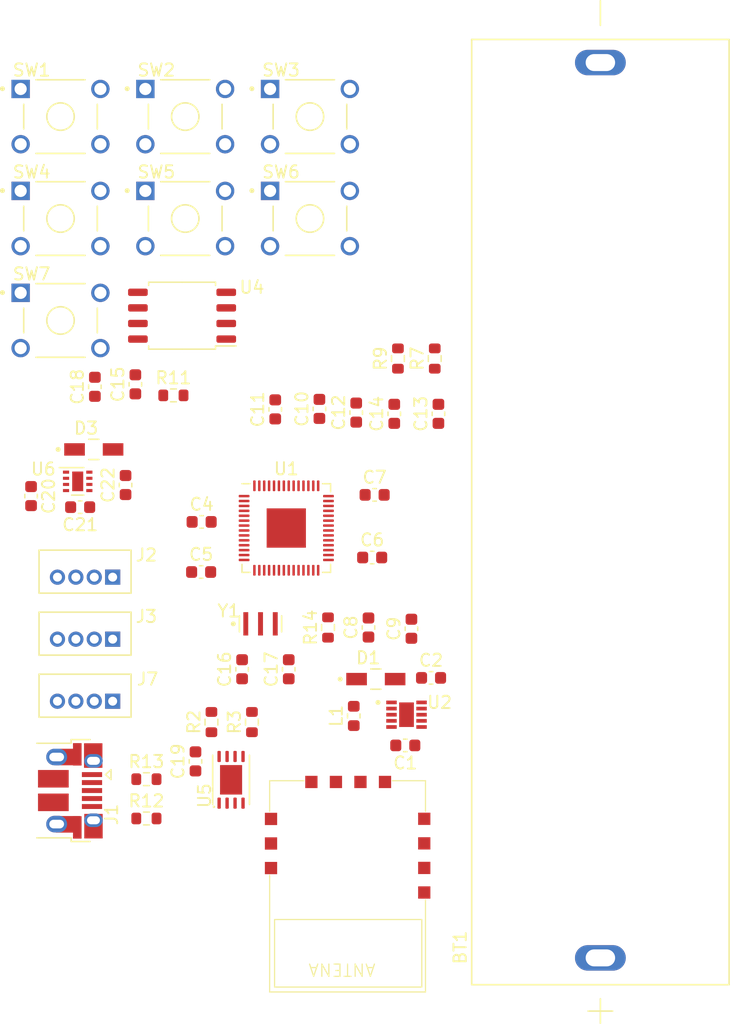
<source format=kicad_pcb>
(kicad_pcb (version 20221018) (generator pcbnew)
  (layers (0 "F.Cu" signal) (31 "B.Cu" signal) (34 "B.Paste" user) (35 "F.Paste" user) (36 "B.SilkS" user "B.Silkscreen") (37 "F.SilkS" user "F.Silkscreen") (38 "B.Mask" user) (39 "F.Mask" user) (44 "Edge.Cuts" user))
  (net 0 "")
  (net 1 "/BT_INTERRUPT")
  (net 2 "GND")
  (net 5 "/BT_POWER_DOWN")
  (net 6 "/BT_LOW_POWER")
  (net 7 "+3V3")
  (net 8 "/UART0_TX")
  (net 9 "/UART0_RX")
  (net 12 "VBUS")
  (net 13 "Net-(U2-VIN)")
  (net 14 "+1V1")
  (net 15 "/ADC_AVDD")
  (net 16 "/XIN")
  (net 17 "Net-(Y1-OUT)")
  (net 18 "+5V")
  (net 19 "/QSPI_SS")
  (net 20 "/QSPI_SD1")
  (net 21 "/QSPI_SD2")
  (net 22 "/QSPI_SD0")
  (net 23 "/QSPI_SCLK")
  (net 24 "/QSPI_SD3")
  (net 25 "/USB_DM")
  (net 26 "/USB_DP")
  (net 27 "/SDA0")
  (net 28 "/SCL0")
  (net 29 "Net-(U2-LX1)")
  (net 30 "Net-(U2-LX2)")
  (net 31 "Net-(R11-Pad1)")
  (net 32 "/ADC_VREF")
  (net 33 "/USB_DPX")
  (net 34 "/USB_DMX")
  (net 35 "/XOUT")
  (net 36 "/BTN1")
  (net 39 "/BTN2")
  (net 42 "/BTN3")
  (net 45 "/BTN4")
  (net 48 "/BTN5")
  (net 51 "/BTN6")
  (net 81 "Net-(U6-C1-)")
  (net 82 "Net-(U6-C1+)")
  (net 83 "Net-(U6-VIN)")
  (footprint "Capacitor_SMD:C_0603_1608Metric" (layer "F.Cu") (at 148.2 123.8 180)
    (fp_text reference "C1" (at 0 -1.43) (layer "F.SilkS"))
    (fp_text value "47u")
    (pad "1" smd roundrect (at -0.775 0 180) (size 0.9 0.95) (layers "F.Cu" "F.Paste" "F.Mask") (net 2 "GND"))
    (pad "2" smd roundrect (at 0.775 0 180) (size 0.9 0.95) (layers "F.Cu" "F.Paste" "F.Mask") (net 13 "Net-(U2-VIN)"))
  )
  (footprint "Capacitor_SMD:C_0603_1608Metric" (layer "F.Cu") (at 121.7 104.4 180)
    (fp_text reference "C21" (at 0 -1.43) (layer "F.SilkS"))
    (fp_text value "2.2u")
    (pad "1" smd roundrect (at -0.775 0 180) (size 0.9 0.95) (layers "F.Cu" "F.Paste" "F.Mask") (net 2 "GND"))
    (pad "2" smd roundrect (at 0.775 0 180) (size 0.9 0.95) (layers "F.Cu" "F.Paste" "F.Mask") (net 83 "Net-(U6-VIN)"))
  )
  (footprint "Capacitor_SMD:C_0603_1608Metric" (layer "F.Cu") (at 148.7 114.3 90)
    (fp_text reference "C9" (at 0 -1.43 90) (layer "F.SilkS"))
    (fp_text value "100n")
    (pad "1" smd roundrect (at -0.775 0 90) (size 0.9 0.95) (layers "F.Cu" "F.Paste" "F.Mask") (net 14 "+1V1"))
    (pad "2" smd roundrect (at 0.775 0 90) (size 0.9 0.95) (layers "F.Cu" "F.Paste" "F.Mask") (net 2 "GND"))
  )
  (footprint "Package_DFN_QFN:QFN-56-1EP_7x7mm_P0.4mm_EP3.2x3.2mm" (layer "F.Cu") (at 138.5 106.1)
    (fp_text reference "U1" (at 0 -4.82) (layer "F.SilkS"))
    (fp_text value "RP2040")
    (pad "1" smd roundrect (at -3.4375 -2.6) (size 0.875 0.2) (layers "F.Cu" "F.Paste" "F.Mask") (net 7 "+3V3"))
    (pad "2" smd roundrect (at -3.4375 -2.2) (size 0.875 0.2) (layers "F.Cu" "F.Paste" "F.Mask") (net 27 "/SDA0"))
    (pad "3" smd roundrect (at -3.4375 -1.8) (size 0.875 0.2) (layers "F.Cu" "F.Paste" "F.Mask") (net 28 "/SCL0"))
    (pad "4" smd roundrect (at -3.4375 -1.4) (size 0.875 0.2) (layers "F.Cu" "F.Paste" "F.Mask") (net 36 "/BTN1"))
    (pad "5" smd roundrect (at -3.4375 -1) (size 0.875 0.2) (layers "F.Cu" "F.Paste" "F.Mask") (net 39 "/BTN2"))
    (pad "6" smd roundrect (at -3.4375 -0.6) (size 0.875 0.2) (layers "F.Cu" "F.Paste" "F.Mask") (net 42 "/BTN3"))
    (pad "7" smd roundrect (at -3.4375 -0.2) (size 0.875 0.2) (layers "F.Cu" "F.Paste" "F.Mask") (net 45 "/BTN4"))
    (pad "8" smd roundrect (at -3.4375 0.2) (size 0.875 0.2) (layers "F.Cu" "F.Paste" "F.Mask") (net 48 "/BTN5"))
    (pad "9" smd roundrect (at -3.4375 0.6) (size 0.875 0.2) (layers "F.Cu" "F.Paste" "F.Mask") (net 51 "/BTN6"))
    (pad "10" smd roundrect (at -3.4375 1) (size 0.875 0.2) (layers "F.Cu" "F.Paste" "F.Mask") (net 7 "+3V3"))
    (pad "11" smd roundrect (at -3.4375 1.4) (size 0.875 0.2) (layers "F.Cu" "F.Paste" "F.Mask") (net 6 "/BT_LOW_POWER"))
    (pad "12" smd roundrect (at -3.4375 1.8) (size 0.875 0.2) (layers "F.Cu" "F.Paste" "F.Mask") (net 5 "/BT_POWER_DOWN"))
    (pad "13" smd roundrect (at -3.4375 2.2) (size 0.875 0.2) (layers "F.Cu" "F.Paste" "F.Mask") (net 1 "/BT_INTERRUPT"))
    (pad "14" smd roundrect (at -3.4375 2.6) (size 0.875 0.2) (layers "F.Cu" "F.Paste" "F.Mask"))
    (pad "15" smd roundrect (at -2.6 3.4375) (size 0.2 0.875) (layers "F.Cu" "F.Paste" "F.Mask") (net 8 "/UART0_TX"))
    (pad "16" smd roundrect (at -2.2 3.4375) (size 0.2 0.875) (layers "F.Cu" "F.Paste" "F.Mask") (net 9 "/UART0_RX"))
    (pad "17" smd roundrect (at -1.8 3.4375) (size 0.2 0.875) (layers "F.Cu" "F.Paste" "F.Mask"))
    (pad "18" smd roundrect (at -1.4 3.4375) (size 0.2 0.875) (layers "F.Cu" "F.Paste" "F.Mask"))
    (pad "19" smd roundrect (at -1 3.4375) (size 0.2 0.875) (layers "F.Cu" "F.Paste" "F.Mask") (net 2 "GND"))
    (pad "20" smd roundrect (at -0.6 3.4375) (size 0.2 0.875) (layers "F.Cu" "F.Paste" "F.Mask") (net 16 "/XIN"))
    (pad "21" smd roundrect (at -0.2 3.4375) (size 0.2 0.875) (layers "F.Cu" "F.Paste" "F.Mask") (net 35 "/XOUT"))
    (pad "22" smd roundrect (at 0.2 3.4375) (size 0.2 0.875) (layers "F.Cu" "F.Paste" "F.Mask") (net 7 "+3V3"))
    (pad "23" smd roundrect (at 0.6 3.4375) (size 0.2 0.875) (layers "F.Cu" "F.Paste" "F.Mask") (net 14 "+1V1"))
    (pad "24" smd roundrect (at 1 3.4375) (size 0.2 0.875) (layers "F.Cu" "F.Paste" "F.Mask"))
    (pad "25" smd roundrect (at 1.4 3.4375) (size 0.2 0.875) (layers "F.Cu" "F.Paste" "F.Mask"))
    (pad "26" smd roundrect (at 1.8 3.4375) (size 0.2 0.875) (layers "F.Cu" "F.Paste" "F.Mask"))
    (pad "27" smd roundrect (at 2.2 3.4375) (size 0.2 0.875) (layers "F.Cu" "F.Paste" "F.Mask"))
    (pad "28" smd roundrect (at 2.6 3.4375) (size 0.2 0.875) (layers "F.Cu" "F.Paste" "F.Mask"))
    (pad "29" smd roundrect (at 3.4375 2.6) (size 0.875 0.2) (layers "F.Cu" "F.Paste" "F.Mask"))
    (pad "30" smd roundrect (at 3.4375 2.2) (size 0.875 0.2) (layers "F.Cu" "F.Paste" "F.Mask"))
    (pad "31" smd roundrect (at 3.4375 1.8) (size 0.875 0.2) (layers "F.Cu" "F.Paste" "F.Mask"))
    (pad "32" smd roundrect (at 3.4375 1.4) (size 0.875 0.2) (layers "F.Cu" "F.Paste" "F.Mask"))
    (pad "33" smd roundrect (at 3.4375 1) (size 0.875 0.2) (layers "F.Cu" "F.Paste" "F.Mask") (net 7 "+3V3"))
    (pad "34" smd roundrect (at 3.4375 0.6) (size 0.875 0.2) (layers "F.Cu" "F.Paste" "F.Mask"))
    (pad "35" smd roundrect (at 3.4375 0.2) (size 0.875 0.2) (layers "F.Cu" "F.Paste" "F.Mask"))
    (pad "36" smd roundrect (at 3.4375 -0.2) (size 0.875 0.2) (layers "F.Cu" "F.Paste" "F.Mask"))
    (pad "37" smd roundrect (at 3.4375 -0.6) (size 0.875 0.2) (layers "F.Cu" "F.Paste" "F.Mask"))
    (pad "38" smd roundrect (at 3.4375 -1) (size 0.875 0.2) (layers "F.Cu" "F.Paste" "F.Mask"))
    (pad "39" smd roundrect (at 3.4375 -1.4) (size 0.875 0.2) (layers "F.Cu" "F.Paste" "F.Mask"))
    (pad "40" smd roundrect (at 3.4375 -1.8) (size 0.875 0.2) (layers "F.Cu" "F.Paste" "F.Mask"))
    (pad "41" smd roundrect (at 3.4375 -2.2) (size 0.875 0.2) (layers "F.Cu" "F.Paste" "F.Mask"))
    (pad "42" smd roundrect (at 3.4375 -2.6) (size 0.875 0.2) (layers "F.Cu" "F.Paste" "F.Mask") (net 7 "+3V3"))
    (pad "43" smd roundrect (at 2.6 -3.4375) (size 0.2 0.875) (layers "F.Cu" "F.Paste" "F.Mask") (net 15 "/ADC_AVDD"))
    (pad "44" smd roundrect (at 2.2 -3.4375) (size 0.2 0.875) (layers "F.Cu" "F.Paste" "F.Mask") (net 7 "+3V3"))
    (pad "45" smd roundrect (at 1.8 -3.4375) (size 0.2 0.875) (layers "F.Cu" "F.Paste" "F.Mask") (net 14 "+1V1"))
    (pad "46" smd roundrect (at 1.4 -3.4375) (size 0.2 0.875) (layers "F.Cu" "F.Paste" "F.Mask") (net 34 "/USB_DMX"))
    (pad "47" smd roundrect (at 1 -3.4375) (size 0.2 0.875) (layers "F.Cu" "F.Paste" "F.Mask") (net 33 "/USB_DPX"))
    (pad "48" smd roundrect (at 0.6 -3.4375) (size 0.2 0.875) (layers "F.Cu" "F.Paste" "F.Mask") (net 7 "+3V3"))
    (pad "49" smd roundrect (at 0.2 -3.4375) (size 0.2 0.875) (layers "F.Cu" "F.Paste" "F.Mask") (net 7 "+3V3"))
    (pad "50" smd roundrect (at -0.2 -3.4375) (size 0.2 0.875) (layers "F.Cu" "F.Paste" "F.Mask") (net 14 "+1V1"))
    (pad "51" smd roundrect (at -0.6 -3.4375) (size 0.2 0.875) (layers "F.Cu" "F.Paste" "F.Mask") (net 24 "/QSPI_SD3"))
    (pad "52" smd roundrect (at -1 -3.4375) (size 0.2 0.875) (layers "F.Cu" "F.Paste" "F.Mask") (net 23 "/QSPI_SCLK"))
    (pad "53" smd roundrect (at -1.4 -3.4375) (size 0.2 0.875) (layers "F.Cu" "F.Paste" "F.Mask") (net 22 "/QSPI_SD0"))
    (pad "54" smd roundrect (at -1.8 -3.4375) (size 0.2 0.875) (layers "F.Cu" "F.Paste" "F.Mask") (net 21 "/QSPI_SD2"))
    (pad "55" smd roundrect (at -2.2 -3.4375) (size 0.2 0.875) (layers "F.Cu" "F.Paste" "F.Mask") (net 20 "/QSPI_SD1"))
    (pad "56" smd roundrect (at -2.6 -3.4375) (size 0.2 0.875) (layers "F.Cu" "F.Paste" "F.Mask") (net 19 "/QSPI_SS"))
    (pad "57" smd rect (at 0 0) (size 3.2 3.2) (layers "F.Cu" "F.Mask") (net 2 "GND"))
  )
  (footprint "Resistor_SMD:R_0603_1608Metric" (layer "F.Cu") (at 127.1 126.55)
    (fp_text reference "R13" (at 0 -1.43) (layer "F.SilkS"))
    (fp_text value "27R")
    (pad "1" smd roundrect (at -0.825 0) (size 0.8 0.95) (layers "F.Cu" "F.Paste" "F.Mask") (net 25 "/USB_DM"))
    (pad "2" smd roundrect (at 0.825 0) (size 0.8 0.95) (layers "F.Cu" "F.Paste" "F.Mask") (net 34 "/USB_DMX"))
  )
  (footprint "Capacitor_SMD:C_0603_1608Metric" (layer "F.Cu") (at 138.7 117.6 90)
    (fp_text reference "C17" (at 0 -1.43 90) (layer "F.SilkS"))
    (fp_text value "15p")
    (pad "1" smd roundrect (at -0.775 0 90) (size 0.9 0.95) (layers "F.Cu" "F.Paste" "F.Mask") (net 17 "Net-(Y1-OUT)"))
    (pad "2" smd roundrect (at 0.775 0 90) (size 0.9 0.95) (layers "F.Cu" "F.Paste" "F.Mask") (net 2 "GND"))
  )
  (footprint "RT6150B-33GQW:SON50P250X250X80-11N" (layer "F.Cu") (at 148.3 121.3)
    (fp_text reference "U2" (at 2.7 -1) (layer "F.SilkS"))
    (fp_text value "RT6150B-33GQW")
    (pad "1" smd rect (at -1.225 -1) (size 0.85 0.3) (layers "F.Cu" "F.Paste") (net 7 "+3V3"))
    (pad "2" smd rect (at -1.225 -0.5) (size 0.85 0.3) (layers "F.Cu" "F.Paste") (net 30 "Net-(U2-LX2)"))
    (pad "3" smd rect (at -1.225 0) (size 0.85 0.3) (layers "F.Cu" "F.Paste") (net 2 "GND"))
    (pad "4" smd rect (at -1.225 0.5) (size 0.85 0.3) (layers "F.Cu" "F.Paste") (net 29 "Net-(U2-LX1)"))
    (pad "5" smd rect (at -1.225 1) (size 0.85 0.3) (layers "F.Cu" "F.Paste") (net 13 "Net-(U2-VIN)"))
    (pad "6" smd rect (at 1.225 1) (size 0.85 0.3) (layers "F.Cu" "F.Paste"))
    (pad "7" smd rect (at 1.225 0.5) (size 0.85 0.3) (layers "F.Cu" "F.Paste"))
    (pad "8" smd rect (at 1.225 0) (size 0.85 0.3) (layers "F.Cu" "F.Paste") (net 13 "Net-(U2-VIN)"))
    (pad "9" smd rect (at 1.225 -0.5) (size 0.85 0.3) (layers "F.Cu" "F.Paste") (net 2 "GND"))
    (pad "10" smd rect (at 1.225 -1) (size 0.85 0.3) (layers "F.Cu" "F.Paste") (net 7 "+3V3"))
    (pad "11" smd rect (at 0 0) (size 1.2 2) (layers "F.Cu") (net 2 "GND"))
  )
  (footprint "Resistor_SMD:R_0603_1608Metric" (layer "F.Cu") (at 150.6 92.3 90)
    (fp_text reference "R7" (at 0 -1.43 90) (layer "F.SilkS"))
    (fp_text value "200R")
    (pad "1" smd roundrect (at -0.825 0 90) (size 0.8 0.95) (layers "F.Cu" "F.Paste" "F.Mask") (net 7 "+3V3"))
    (pad "2" smd roundrect (at 0.825 0 90) (size 0.8 0.95) (layers "F.Cu" "F.Paste" "F.Mask") (net 32 "/ADC_VREF"))
  )
  (footprint "Capacitor_SMD:C_0603_1608Metric" (layer "F.Cu") (at 147.3 96.8 90)
    (fp_text reference "C14" (at 0 -1.43 90) (layer "F.SilkS"))
    (fp_text value "2.2u")
    (pad "1" smd roundrect (at -0.775 0 90) (size 0.9 0.95) (layers "F.Cu" "F.Paste" "F.Mask") (net 7 "+3V3"))
    (pad "2" smd roundrect (at 0.775 0 90) (size 0.9 0.95) (layers "F.Cu" "F.Paste" "F.Mask") (net 2 "GND"))
  )
  (footprint "Capacitor_SMD:C_0603_1608Metric" (layer "F.Cu") (at 126.2 94.4 90)
    (fp_text reference "C15" (at 0 -1.43 90) (layer "F.SilkS"))
    (fp_text value "100n")
    (pad "1" smd roundrect (at -0.775 0 90) (size 0.9 0.95) (layers "F.Cu" "F.Paste" "F.Mask") (net 7 "+3V3"))
    (pad "2" smd roundrect (at 0.775 0 90) (size 0.9 0.95) (layers "F.Cu" "F.Paste" "F.Mask") (net 2 "GND"))
  )
  (footprint "Resistor_SMD:R_0603_1608Metric" (layer "F.Cu") (at 135.7 121.9 90)
    (fp_text reference "R3" (at 0 -1.43 90) (layer "F.SilkS"))
    (fp_text value "10k")
    (pad "1" smd roundrect (at -0.825 0 90) (size 0.8 0.95) (layers "F.Cu" "F.Paste" "F.Mask") (net 7 "+3V3"))
    (pad "2" smd roundrect (at 0.825 0 90) (size 0.8 0.95) (layers "F.Cu" "F.Paste" "F.Mask") (net 27 "/SDA0"))
  )
  (footprint "Resistor_SMD:R_0603_1608Metric" (layer "F.Cu") (at 141.9 114.2 90)
    (fp_text reference "R14" (at 0 -1.43 90) (layer "F.SilkS"))
    (fp_text value "1k")
    (pad "1" smd roundrect (at -0.825 0 90) (size 0.8 0.95) (layers "F.Cu" "F.Paste" "F.Mask") (net 35 "/XOUT"))
    (pad "2" smd roundrect (at 0.825 0 90) (size 0.8 0.95) (layers "F.Cu" "F.Paste" "F.Mask") (net 17 "Net-(Y1-OUT)"))
  )
  (footprint "Package_SO:SOIC-8_5.23x5.23mm_P1.27mm" (layer "F.Cu") (at 130.0065 88.81 180)
    (fp_text reference "U4" (at -5.6935 2.31) (layer "F.SilkS"))
    (fp_text value "W25Q32JVSS")
    (pad "1" smd roundrect (at -3.6 -1.905 180) (size 1.6 0.6) (layers "F.Cu" "F.Paste" "F.Mask") (net 19 "/QSPI_SS"))
    (pad "2" smd roundrect (at -3.6 -0.635 180) (size 1.6 0.6) (layers "F.Cu" "F.Paste" "F.Mask") (net 20 "/QSPI_SD1"))
    (pad "3" smd roundrect (at -3.6 0.635 180) (size 1.6 0.6) (layers "F.Cu" "F.Paste" "F.Mask") (net 21 "/QSPI_SD2"))
    (pad "4" smd roundrect (at -3.6 1.905 180) (size 1.6 0.6) (layers "F.Cu" "F.Paste" "F.Mask") (net 2 "GND"))
    (pad "5" smd roundrect (at 3.6 1.905 180) (size 1.6 0.6) (layers "F.Cu" "F.Paste" "F.Mask") (net 22 "/QSPI_SD0"))
    (pad "6" smd roundrect (at 3.6 0.635 180) (size 1.6 0.6) (layers "F.Cu" "F.Paste" "F.Mask") (net 23 "/QSPI_SCLK"))
    (pad "7" smd roundrect (at 3.6 -0.635 180) (size 1.6 0.6) (layers "F.Cu" "F.Paste" "F.Mask") (net 24 "/QSPI_SD3"))
    (pad "8" smd roundrect (at 3.6 -1.905 180) (size 1.6 0.6) (layers "F.Cu" "F.Paste" "F.Mask") (net 7 "+3V3"))
  )
  (footprint "Package_SON:WSON-8-1EP_2x2mm_P0.5mm_EP0.9x1.6mm" (layer "F.Cu") (at 121.5 102.3)
    (fp_text reference "U6" (at -2.8 -1) (layer "F.SilkS"))
    (fp_text value "LM2775DSG")
    (pad "1" smd rect (at -0.95 -0.75) (size 0.5 0.25) (layers "F.Cu" "F.Paste" "F.Mask"))
    (pad "2" smd rect (at -0.95 -0.25) (size 0.5 0.25) (layers "F.Cu" "F.Paste" "F.Mask") (net 81 "Net-(U6-C1-)"))
    (pad "3" smd rect (at -0.95 0.25) (size 0.5 0.25) (layers "F.Cu" "F.Paste" "F.Mask") (net 82 "Net-(U6-C1+)"))
    (pad "4" smd rect (at -0.95 0.75) (size 0.5 0.25) (layers "F.Cu" "F.Paste" "F.Mask"))
    (pad "5" smd rect (at 0.95 0.75) (size 0.5 0.25) (layers "F.Cu" "F.Paste" "F.Mask"))
    (pad "6" smd rect (at 0.95 0.25) (size 0.5 0.25) (layers "F.Cu" "F.Paste" "F.Mask") (net 18 "+5V"))
    (pad "7" smd rect (at 0.95 -0.25) (size 0.5 0.25) (layers "F.Cu" "F.Paste" "F.Mask") (net 83 "Net-(U6-VIN)"))
    (pad "8" smd rect (at 0.95 -0.75) (size 0.5 0.25) (layers "F.Cu" "F.Paste" "F.Mask") (net 2 "GND"))
    (pad "9" smd rect (at 0 0) (size 0.9 1.6) (layers "F.Cu" "F.Mask") (net 2 "GND"))
  )
  (footprint "CSTNE12M0GH5L000R0:OSC_CSTNE12M0GH5L000R0" (layer "F.Cu") (at 136.4 113.9)
    (fp_text reference "Y1" (at -2.595 -1.05) (layer "F.SilkS"))
    (fp_text value "CSTNE12M0GH5L000R0")
    (pad "1" smd rect (at -1.2 0) (size 0.4 1.9) (layers "F.Cu" "F.Paste" "F.Mask") (net 16 "/XIN"))
    (pad "2" smd rect (at 0 0) (size 0.4 1.9) (layers "F.Cu" "F.Paste" "F.Mask") (net 2 "GND"))
    (pad "3" smd rect (at 1.2 0) (size 0.4 1.9) (layers "F.Cu" "F.Paste" "F.Mask") (net 17 "Net-(Y1-OUT)"))
  )
  (footprint "Resistor_SMD:R_0603_1608Metric" (layer "F.Cu") (at 129.3 95.3)
    (fp_text reference "R11" (at 0 -1.43) (layer "F.SilkS"))
    (fp_text value "1k")
    (pad "1" smd roundrect (at -0.825 0) (size 0.8 0.95) (layers "F.Cu" "F.Paste" "F.Mask") (net 31 "Net-(R11-Pad1)"))
    (pad "2" smd roundrect (at 0.825 0) (size 0.8 0.95) (layers "F.Cu" "F.Paste" "F.Mask") (net 19 "/QSPI_SS"))
  )
  (footprint "B4B-ZR_LF__SN_:JST_B4B-ZR_LF__SN_" (layer "F.Cu") (at 122.1 109.65)
    (fp_text reference "J2" (at 5 -1.35) (layer "F.SilkS"))
    (fp_text value "B4B-ZR_LF__SN_TF LUNA")
    (pad "1" thru_hole rect (at 2.25 0.45) (size 1.238 1.238) (drill 0.73) (layers "*.Cu" "*.Mask") (net 2 "GND"))
    (pad "2" thru_hole circle (at 0.75 0.45) (size 1.238 1.238) (drill 0.73) (layers "*.Cu" "*.Mask") (net 18 "+5V"))
    (pad "3" thru_hole circle (at -0.75 0.45) (size 1.238 1.238) (drill 0.73) (layers "*.Cu" "*.Mask") (net 27 "/SDA0"))
    (pad "4" thru_hole circle (at -2.25 0.45) (size 1.238 1.238) (drill 0.73) (layers "*.Cu" "*.Mask") (net 28 "/SCL0"))
  )
  (footprint "Capacitor_SMD:C_0603_1608Metric" (layer "F.Cu") (at 117.7 103.5 -90)
    (fp_text reference "C20" (at 0 -1.43 90) (layer "F.SilkS"))
    (fp_text value "1u")
    (pad "1" smd roundrect (at -0.775 0 270) (size 0.9 0.95) (layers "F.Cu" "F.Paste" "F.Mask") (net 81 "Net-(U6-C1-)"))
    (pad "2" smd roundrect (at 0.775 0 270) (size 0.9 0.95) (layers "F.Cu" "F.Paste" "F.Mask") (net 82 "Net-(U6-C1+)"))
  )
  (footprint "Capacitor_SMD:C_0603_1608Metric" (layer "F.Cu") (at 145.5 108.5)
    (fp_text reference "C6" (at 0 -1.43) (layer "F.SilkS"))
    (fp_text value "100n")
    (pad "1" smd roundrect (at -0.775 0) (size 0.9 0.95) (layers "F.Cu" "F.Paste" "F.Mask") (net 2 "GND"))
    (pad "2" smd roundrect (at 0.775 0) (size 0.9 0.95) (layers "F.Cu" "F.Paste" "F.Mask") (net 7 "+3V3"))
  )
  (footprint "Connector_USB:USB_Micro-B_Amphenol_10103594-0001LF_Horizontal" (layer "F.Cu") (at 120.9 127.5 -90)
    (fp_text reference "J1" (at 1.925 -3.365 90) (layer "F.SilkS"))
    (fp_text value "USB_B_Micro")
    (pad "1" smd rect (at -1.325 -1.765) (size 1.65 0.4) (layers "F.Cu" "F.Paste" "F.Mask"))
    (pad "2" smd rect (at -0.675 -1.765) (size 1.65 0.4) (layers "F.Cu" "F.Paste" "F.Mask") (net 25 "/USB_DM"))
    (pad "3" smd rect (at -0.025 -1.765) (size 1.65 0.4) (layers "F.Cu" "F.Paste" "F.Mask") (net 26 "/USB_DP"))
    (pad "4" smd rect (at 0.625 -1.765) (size 1.65 0.4) (layers "F.Cu" "F.Paste" "F.Mask"))
    (pad "5" smd rect (at 1.275 -1.765) (size 1.65 0.4) (layers "F.Cu" "F.Paste" "F.Mask") (net 2 "GND"))
    (pad "6" smd rect (at -2.975 -0.565 270) (size 1.825 0.7) (layers "F.Cu" "F.Paste" "F.Mask") (net 2 "GND"))
    (pad "6" smd rect (at -2.875 -1.865 270) (size 2 1.5) (layers "F.Cu" "F.Paste" "F.Mask") (net 2 "GND"))
    (pad "6" smd rect (at -2.755 0.185 270) (size 1.35 2) (layers "F.Cu" "F.Paste" "F.Mask") (net 2 "GND"))
    (pad "6" thru_hole oval (at -2.755 1.115) (size 1.7 1.35) (drill oval 1.2 0.7) (layers "*.Cu" "*.Mask") (net 2 "GND"))
    (pad "6" thru_hole oval (at -2.445 -1.885) (size 1.5 1.1) (drill oval 1.05 0.65) (layers "*.Cu" "*.Mask") (net 2 "GND"))
    (pad "6" smd rect (at -0.985 1.385) (size 2.5 1.43) (layers "F.Cu" "F.Paste" "F.Mask") (net 2 "GND"))
    (pad "6" smd rect (at 0.935 1.385) (size 2.5 1.43) (layers "F.Cu" "F.Paste" "F.Mask") (net 2 "GND"))
    (pad "6" thru_hole oval (at 2.395 -1.885) (size 1.5 1.1) (drill oval 1.05 0.65) (layers "*.Cu" "*.Mask") (net 2 "GND"))
    (pad "6" thru_hole oval (at 2.705 1.115) (size 1.7 1.35) (drill oval 1.2 0.7) (layers "*.Cu" "*.Mask") (net 2 "GND"))
    (pad "6" smd rect (at 2.725 0.185 270) (size 1.35 2) (layers "F.Cu" "F.Paste" "F.Mask") (net 2 "GND"))
    (pad "6" smd rect (at 2.875 -1.885 270) (size 2 1.5) (layers "F.Cu" "F.Paste" "F.Mask") (net 2 "GND"))
    (pad "6" smd rect (at 2.975 -0.565 270) (size 1.825 0.7) (layers "F.Cu" "F.Paste" "F.Mask") (net 2 "GND"))
  )
  (footprint "1-1825910-4:TE_1-1825910-4" (layer "F.Cu") (at 130.2645 72.6)
    (fp_text reference "SW2" (at -2.354563 -3.786564) (layer "F.SilkS"))
    (fp_text value "1-1825910-4")
    (pad "1" thru_hole rect (at -3.25 -2.25) (size 1.498 1.498) (drill 0.99) (layers "*.Cu" "*.Mask") (net 2 "GND"))
    (pad "2" thru_hole circle (at 3.25 -2.25) (size 1.498 1.498) (drill 0.99) (layers "*.Cu" "*.Mask"))
    (pad "3" thru_hole circle (at -3.25 2.25) (size 1.498 1.498) (drill 0.99) (layers "*.Cu" "*.Mask"))
    (pad "4" thru_hole circle (at 3.25 2.25) (size 1.498 1.498) (drill 0.99) (layers "*.Cu" "*.Mask") (net 39 "/BTN2"))
  )
  (footprint "Resistor_SMD:R_0603_1608Metric" (layer "F.Cu") (at 147.6 92.3 90)
    (fp_text reference "R9" (at 0 -1.43 90) (layer "F.SilkS"))
    (fp_text value "1R")
    (pad "1" smd roundrect (at -0.825 0 90) (size 0.8 0.95) (layers "F.Cu" "F.Paste" "F.Mask") (net 32 "/ADC_VREF"))
    (pad "2" smd roundrect (at 0.825 0 90) (size 0.8 0.95) (layers "F.Cu" "F.Paste" "F.Mask") (net 15 "/ADC_AVDD"))
  )
  (footprint "1-1825910-4:TE_1-1825910-4" (layer "F.Cu") (at 120.1 72.6)
    (fp_text reference "SW1" (at -2.354563 -3.786564) (layer "F.SilkS"))
    (fp_text value "1-1825910-4")
    (pad "1" thru_hole rect (at -3.25 -2.25) (size 1.498 1.498) (drill 0.99) (layers "*.Cu" "*.Mask") (net 2 "GND"))
    (pad "2" thru_hole circle (at 3.25 -2.25) (size 1.498 1.498) (drill 0.99) (layers "*.Cu" "*.Mask"))
    (pad "3" thru_hole circle (at -3.25 2.25) (size 1.498 1.498) (drill 0.99) (layers "*.Cu" "*.Mask"))
    (pad "4" thru_hole circle (at 3.25 2.25) (size 1.498 1.498) (drill 0.99) (layers "*.Cu" "*.Mask") (net 36 "/BTN1"))
  )
  (footprint "Capacitor_SMD:C_0603_1608Metric" (layer "F.Cu") (at 131.6 105.6)
    (fp_text reference "C4" (at 0 -1.43) (layer "F.SilkS"))
    (fp_text value "100n")
    (pad "1" smd roundrect (at -0.775 0) (size 0.9 0.95) (layers "F.Cu" "F.Paste" "F.Mask") (net 2 "GND"))
    (pad "2" smd roundrect (at 0.775 0) (size 0.9 0.95) (layers "F.Cu" "F.Paste" "F.Mask") (net 7 "+3V3"))
  )
  (footprint "1-1825910-4:TE_1-1825910-4" (layer "F.Cu") (at 130.2645 80.9)
    (fp_text reference "SW5" (at -2.354563 -3.786564) (layer "F.SilkS"))
    (fp_text value "1-1825910-4")
    (pad "1" thru_hole rect (at -3.25 -2.25) (size 1.498 1.498) (drill 0.99) (layers "*.Cu" "*.Mask") (net 2 "GND"))
    (pad "2" thru_hole circle (at 3.25 -2.25) (size 1.498 1.498) (drill 0.99) (layers "*.Cu" "*.Mask"))
    (pad "3" thru_hole circle (at -3.25 2.25) (size 1.498 1.498) (drill 0.99) (layers "*.Cu" "*.Mask"))
    (pad "4" thru_hole circle (at 3.25 2.25) (size 1.498 1.498) (drill 0.99) (layers "*.Cu" "*.Mask") (net 48 "/BTN5"))
  )
  (footprint "1-1825910-4:TE_1-1825910-4" (layer "F.Cu") (at 140.429 72.6)
    (fp_text reference "SW3" (at -2.354563 -3.786564) (layer "F.SilkS"))
    (fp_text value "1-1825910-4")
    (pad "1" thru_hole rect (at -3.25 -2.25) (size 1.498 1.498) (drill 0.99) (layers "*.Cu" "*.Mask") (net 2 "GND"))
    (pad "2" thru_hole circle (at 3.25 -2.25) (size 1.498 1.498) (drill 0.99) (layers "*.Cu" "*.Mask"))
    (pad "3" thru_hole circle (at -3.25 2.25) (size 1.498 1.498) (drill 0.99) (layers "*.Cu" "*.Mask"))
    (pad "4" thru_hole circle (at 3.25 2.25) (size 1.498 1.498) (drill 0.99) (layers "*.Cu" "*.Mask") (net 42 "/BTN3"))
  )
  (footprint "1-1825910-4:TE_1-1825910-4" (layer "F.Cu") (at 140.429 80.9)
    (fp_text reference "SW6" (at -2.354563 -3.786564) (layer "F.SilkS"))
    (fp_text value "1-1825910-4")
    (pad "1" thru_hole rect (at -3.25 -2.25) (size 1.498 1.498) (drill 0.99) (layers "*.Cu" "*.Mask") (net 2 "GND"))
    (pad "2" thru_hole circle (at 3.25 -2.25) (size 1.498 1.498) (drill 0.99) (layers "*.Cu" "*.Mask"))
    (pad "3" thru_hole circle (at -3.25 2.25) (size 1.498 1.498) (drill 0.99) (layers "*.Cu" "*.Mask"))
    (pad "4" thru_hole circle (at 3.25 2.25) (size 1.498 1.498) (drill 0.99) (layers "*.Cu" "*.Mask") (net 51 "/BTN6"))
  )
  (footprint "B4B-ZR_LF__SN_:JST_B4B-ZR_LF__SN_" (layer "F.Cu") (at 122.1 119.75)
    (fp_text reference "J7" (at 5.1 -1.35) (layer "F.SilkS"))
    (fp_text value "B4B-ZR_LF__SN_URM13")
    (pad "1" thru_hole rect (at 2.25 0.45) (size 1.238 1.238) (drill 0.73) (layers "*.Cu" "*.Mask") (net 2 "GND"))
    (pad "2" thru_hole circle (at 0.75 0.45) (size 1.238 1.238) (drill 0.73) (layers "*.Cu" "*.Mask") (net 7 "+3V3"))
    (pad "3" thru_hole circle (at -0.75 0.45) (size 1.238 1.238) (drill 0.73) (layers "*.Cu" "*.Mask") (net 27 "/SDA0"))
    (pad "4" thru_hole circle (at -2.25 0.45) (size 1.238 1.238) (drill 0.73) (layers "*.Cu" "*.Mask") (net 28 "/SCL0"))
  )
  (footprint "BK-18650-PC2:BAT_BK-18650-PC2" (layer "F.Cu") (at 164.1 104.8 90)
    (fp_text reference "BT1" (at -35.455 -11.43 90) (layer "F.SilkS"))
    (fp_text value "BK-18650-PC2")
    (pad "" np_thru_hole circle (at -27.805 0 90) (size 3.2 3.2) (drill 3.2) (layers "*.Cu" "*.Mask"))
    (pad "" np_thru_hole circle (at 27.81 0 90) (size 3.2 3.2) (drill 3.2) (layers "*.Cu" "*.Mask"))
    (pad "+" thru_hole oval (at -36.3 0 90) (size 2.07 4.14) (drill oval 1.38 2.4) (layers "*.Cu" "*.Mask") (net 12 "VBUS"))
    (pad "-" thru_hole oval (at 36.6 0 90) (size 2.07 4.14) (drill oval 1.38 2.4) (layers "*.Cu" "*.Mask") (net 2 "GND"))
  )
  (footprint "MBR120VLSFT1G:DIOM3616X98N" (layer "F.Cu") (at 145.8 118.4)
    (fp_text reference "D1" (at -0.628 -1.7314) (layer "F.SilkS"))
    (fp_text value "MBR120VLSFT1G")
    (pad "1" smd rect (at -1.57 0) (size 1.68 1.01) (layers "F.Cu" "F.Paste" "F.Mask") (net 13 "Net-(U2-VIN)"))
    (pad "2" smd rect (at 1.57 0) (size 1.68 1.01) (layers "F.Cu" "F.Paste" "F.Mask") (net 12 "VBUS"))
  )
  (footprint "Capacitor_SMD:C_0603_1608Metric" (layer "F.Cu") (at 137.6 96.44 90)
    (fp_text reference "C11" (at 0 -1.43 90) (layer "F.SilkS"))
    (fp_text value "100n")
    (pad "1" smd roundrect (at -0.775 0 90) (size 0.9 0.95) (layers "F.Cu" "F.Paste" "F.Mask") (net 14 "+1V1"))
    (pad "2" smd roundrect (at 0.775 0 90) (size 0.9 0.95) (layers "F.Cu" "F.Paste" "F.Mask") (net 2 "GND"))
  )
  (footprint "Capacitor_SMD:C_0603_1608Metric" (layer "F.Cu") (at 144.2 96.7 90)
    (fp_text reference "C12" (at 0 -1.43 90) (layer "F.SilkS"))
    (fp_text value "2.2u")
    (pad "1" smd roundrect (at -0.775 0 90) (size 0.9 0.95) (layers "F.Cu" "F.Paste" "F.Mask") (net 14 "+1V1"))
    (pad "2" smd roundrect (at 0.775 0 90) (size 0.9 0.95) (layers "F.Cu" "F.Paste" "F.Mask") (net 2 "GND"))
  )
  (footprint "1-1825910-4:TE_1-1825910-4" (layer "F.Cu") (at 120.1 80.9)
    (fp_text reference "SW4" (at -2.354563 -3.786564) (layer "F.SilkS"))
    (fp_text value "1-1825910-4")
    (pad "1" thru_hole rect (at -3.25 -2.25) (size 1.498 1.498) (drill 0.99) (layers "*.Cu" "*.Mask") (net 2 "GND"))
    (pad "2" thru_hole circle (at 3.25 -2.25) (size 1.498 1.498) (drill 0.99) (layers "*.Cu" "*.Mask"))
    (pad "3" thru_hole circle (at -3.25 2.25) (size 1.498 1.498) (drill 0.99) (layers "*.Cu" "*.Mask"))
    (pad "4" thru_hole circle (at 3.25 2.25) (size 1.498 1.498) (drill 0.99) (layers "*.Cu" "*.Mask") (net 45 "/BTN4"))
  )
  (footprint "Capacitor_SMD:C_0603_1608Metric" (layer "F.Cu") (at 131.56 109.68)
    (fp_text reference "C5" (at 0 -1.43) (layer "F.SilkS"))
    (fp_text value "100n")
    (pad "1" smd roundrect (at -0.775 0) (size 0.9 0.95) (layers "F.Cu" "F.Paste" "F.Mask") (net 2 "GND"))
    (pad "2" smd roundrect (at 0.775 0) (size 0.9 0.95) (layers "F.Cu" "F.Paste" "F.Mask") (net 7 "+3V3"))
  )
  (footprint "Capacitor_SMD:C_0603_1608Metric" (layer "F.Cu") (at 145.7 103.4)
    (fp_text reference "C7" (at 0 -1.43) (layer "F.SilkS"))
    (fp_text value "100n")
    (pad "1" smd roundrect (at -0.775 0) (size 0.9 0.95) (layers "F.Cu" "F.Paste" "F.Mask") (net 2 "GND"))
    (pad "2" smd roundrect (at 0.775 0) (size 0.9 0.95) (layers "F.Cu" "F.Paste" "F.Mask") (net 7 "+3V3"))
  )
  (footprint "B4B-ZR_LF__SN_:JST_B4B-ZR_LF__SN_" (layer "F.Cu") (at 122.1 114.7)
    (fp_text reference "J3" (at 5 -1.4) (layer "F.SilkS"))
    (fp_text value "B4B-ZR_LF__SN_LCD I2C")
    (pad "1" thru_hole rect (at 2.25 0.45) (size 1.238 1.238) (drill 0.73) (layers "*.Cu" "*.Mask") (net 2 "GND"))
    (pad "2" thru_hole circle (at 0.75 0.45) (size 1.238 1.238) (drill 0.73) (layers "*.Cu" "*.Mask") (net 7 "+3V3"))
    (pad "3" thru_hole circle (at -0.75 0.45) (size 1.238 1.238) (drill 0.73) (layers "*.Cu" "*.Mask") (net 27 "/SDA0"))
    (pad "4" thru_hole circle (at -2.25 0.45) (size 1.238 1.238) (drill 0.73) (layers "*.Cu" "*.Mask") (net 28 "/SCL0"))
  )
  (footprint "Resistor_SMD:R_0603_1608Metric" (layer "F.Cu") (at 132.4 121.9 90)
    (fp_text reference "R2" (at 0 -1.43 90) (layer "F.SilkS"))
    (fp_text value "10k")
    (pad "1" smd roundrect (at -0.825 0 90) (size 0.8 0.95) (layers "F.Cu" "F.Paste" "F.Mask") (net 28 "/SCL0"))
    (pad "2" smd roundrect (at 0.825 0 90) (size 0.8 0.95) (layers "F.Cu" "F.Paste" "F.Mask") (net 7 "+3V3"))
  )
  (footprint "Capacitor_SMD:C_0603_1608Metric" (layer "F.Cu") (at 131.1 125.1 90)
    (fp_text reference "C19" (at 0 -1.43 90) (layer "F.SilkS"))
    (fp_text value "1u")
    (pad "1" smd roundrect (at -0.775 0 90) (size 0.9 0.95) (layers "F.Cu" "F.Paste" "F.Mask") (net 2 "GND"))
    (pad "2" smd roundrect (at 0.775 0 90) (size 0.9 0.95) (layers "F.Cu" "F.Paste" "F.Mask") (net 12 "VBUS"))
  )
  (footprint "MBR120VLSFT1G:DIOM3616X98N" (layer "F.Cu") (at 122.8125 99.7)
    (fp_text reference "D3" (at -0.628 -1.7314) (layer "F.SilkS"))
    (fp_text value "MBR120VLSFT1G")
    (pad "1" smd rect (at -1.57 0) (size 1.68 1.01) (layers "F.Cu" "F.Paste" "F.Mask") (net 83 "Net-(U6-VIN)"))
    (pad "2" smd rect (at 1.57 0) (size 1.68 1.01) (layers "F.Cu" "F.Paste" "F.Mask") (net 12 "VBUS"))
  )
  (footprint "Capacitor_SMD:C_0603_1608Metric" (layer "F.Cu") (at 122.9 94.6 90)
    (fp_text reference "C18" (at 0 -1.43 90) (layer "F.SilkS"))
    (fp_text value "2.2u")
    (pad "1" smd roundrect (at -0.775 0 90) (size 0.9 0.95) (layers "F.Cu" "F.Paste" "F.Mask") (net 7 "+3V3"))
    (pad "2" smd roundrect (at 0.775 0 90) (size 0.9 0.95) (layers "F.Cu" "F.Paste" "F.Mask") (net 2 "GND"))
  )
  (footprint "1-1825910-4:TE_1-1825910-4" (layer "F.Cu") (at 120.1 89.2)
    (fp_text reference "SW7" (at -2.354563 -3.786564) (layer "F.SilkS"))
    (fp_text value "1-1825910-4")
    (pad "1" thru_hole rect (at -3.25 -2.25) (size 1.498 1.498) (drill 0.99) (layers "*.Cu" "*.Mask") (net 2 "GND"))
    (pad "2" thru_hole circle (at 3.25 -2.25) (size 1.498 1.498) (drill 0.99) (layers "*.Cu" "*.Mask"))
    (pad "3" thru_hole circle (at -3.25 2.25) (size 1.498 1.498) (drill 0.99) (layers "*.Cu" "*.Mask"))
    (pad "4" thru_hole circle (at 3.25 2.25) (size 1.498 1.498) (drill 0.99) (layers "*.Cu" "*.Mask") (net 31 "Net-(R11-Pad1)"))
  )
  (footprint "Capacitor_SMD:C_0603_1608Metric" (layer "F.Cu") (at 145.2 114.2 90)
    (fp_text reference "C8" (at 0 -1.43 90) (layer "F.SilkS"))
    (fp_text value "100n")
    (pad "1" smd roundrect (at -0.775 0 90) (size 0.9 0.95) (layers "F.Cu" "F.Paste" "F.Mask") (net 2 "GND"))
    (pad "2" smd roundrect (at 0.775 0 90) (size 0.9 0.95) (layers "F.Cu" "F.Paste" "F.Mask") (net 7 "+3V3"))
  )
  (footprint "Capacitor_SMD:C_0603_1608Metric" (layer "F.Cu") (at 134.9 117.6 90)
    (fp_text reference "C16" (at 0 -1.43 90) (layer "F.SilkS"))
    (fp_text value "15p")
    (pad "1" smd roundrect (at -0.775 0 90) (size 0.9 0.95) (layers "F.Cu" "F.Paste" "F.Mask") (net 16 "/XIN"))
    (pad "2" smd roundrect (at 0.775 0 90) (size 0.9 0.95) (layers "F.Cu" "F.Paste" "F.Mask") (net 2 "GND"))
  )
  (footprint "Capacitor_SMD:C_0603_1608Metric" (layer "F.Cu") (at 125.4 102.6 90)
    (fp_text reference "C22" (at 0 -1.43 90) (layer "F.SilkS"))
    (fp_text value "2.2u")
    (pad "1" smd roundrect (at -0.775 0 90) (size 0.9 0.95) (layers "F.Cu" "F.Paste" "F.Mask") (net 18 "+5V"))
    (pad "2" smd roundrect (at 0.775 0 90) (size 0.9 0.95) (layers "F.Cu" "F.Paste" "F.Mask") (net 2 "GND"))
  )
  (footprint "Inductor_SMD:L_0603_1608Metric" (layer "F.Cu") (at 144 121.4 90)
    (fp_text reference "L1" (at 0 -1.43 90) (layer "F.SilkS"))
    (fp_text value "2.2u")
    (pad "1" smd roundrect (at -0.7875 0 90) (size 0.875 0.95) (layers "F.Cu" "F.Paste" "F.Mask") (net 29 "Net-(U2-LX1)"))
    (pad "2" smd roundrect (at 0.7875 0 90) (size 0.875 0.95) (layers "F.Cu" "F.Paste" "F.Mask") (net 30 "Net-(U2-LX2)"))
  )
  (footprint "BLE_HM-BT4502:BLE_HM-BT5402" (layer "F.Cu") (at 144.545 140.475)
    (fp_text reference "B1" hide)
    (fp_text value "~" hide)
    (fp_text user "ANTENA" (at 1.3 1 180 unlocked) (layer "F.SilkS") (effects (font (thickness 0.1)) (justify left bottom)))
    (pad "1" smd rect (at -7.29 -6.69 90) (size 1 1) (layers "F.Cu" "F.Paste" "F.Mask") (net 1 "/BT_INTERRUPT"))
    (pad "2" smd rect (at -7.29 -8.69 90) (size 1 1) (layers "F.Cu" "F.Paste" "F.Mask") (net 2 "GND"))
    (pad "3" smd rect (at -7.29 -10.69 90) (size 1 1) (layers "F.Cu" "F.Paste" "F.Mask"))
    (pad "4" smd rect (at -4 -13.7 180) (size 1 1) (layers "F.Cu" "F.Paste" "F.Mask"))
    (pad "5" smd rect (at -2 -13.7 180) (size 1 1) (layers "F.Cu" "F.Paste" "F.Mask") (net 5 "/BT_POWER_DOWN"))
    (pad "6" smd rect (at 0 -13.7 180) (size 1 1) (layers "F.Cu" "F.Paste" "F.Mask") (net 6 "/BT_LOW_POWER"))
    (pad "7" smd rect (at 2 -13.7 180) (size 1 1) (layers "F.Cu" "F.Paste" "F.Mask") (net 7 "+3V3"))
    (pad "8" smd rect (at 5.2 -10.7 90) (size 1 1) (layers "F.Cu" "F.Paste" "F.Mask") (net 8 "/UART0_TX"))
    (pad "9" smd rect (at 5.2 -8.7 90) (size 1 1) (layers "F.Cu" "F.Paste" "F.Mask") (net 9 "/UART0_RX"))
    (pad "10" smd rect (at 5.2 -6.7 90) (size 1 1) (layers "F.Cu" "F.Paste" "F.Mask"))
    (pad "11" smd rect (at 5.2 -4.7 90) (size 1 1) (layers "F.Cu" "F.Paste" "F.Mask"))
  )
  (footprint "Resistor_SMD:R_0603_1608Metric" (layer "F.Cu") (at 127.1 129.75)
    (fp_text reference "R12" (at 0 -1.43) (layer "F.SilkS"))
    (fp_text value "27R")
    (pad "1" smd roundrect (at -0.825 0) (size 0.8 0.95) (layers "F.Cu" "F.Paste" "F.Mask") (net 26 "/USB_DP"))
    (pad "2" smd roundrect (at 0.825 0) (size 0.8 0.95) (layers "F.Cu" "F.Paste" "F.Mask") (net 33 "/USB_DPX"))
  )
  (footprint "Capacitor_SMD:C_0603_1608Metric" (layer "F.Cu") (at 141.2 96.4 90)
    (fp_text reference "C10" (at 0 -1.43 90) (layer "F.SilkS"))
    (fp_text value "100n")
    (pad "1" smd roundrect (at -0.775 0 90) (size 0.9 0.95) (layers "F.Cu" "F.Paste" "F.Mask") (net 7 "+3V3"))
    (pad "2" smd roundrect (at 0.775 0 90) (size 0.9 0.95) (layers "F.Cu" "F.Paste" "F.Mask") (net 2 "GND"))
  )
  (footprint "Capacitor_SMD:C_0603_1608Metric" (layer "F.Cu") (at 150.3 118.3)
    (fp_text reference "C2" (at 0 -1.43) (layer "F.SilkS"))
    (fp_text value "47u")
    (pad "1" smd roundrect (at -0.775 0) (size 0.9 0.95) (layers "F.Cu" "F.Paste" "F.Mask") (net 7 "+3V3"))
    (pad "2" smd roundrect (at 0.775 0) (size 0.9 0.95) (layers "F.Cu" "F.Paste" "F.Mask") (net 2 "GND"))
  )
  (footprint "Capacitor_SMD:C_0603_1608Metric" (layer "F.Cu") (at 150.9 96.8 90)
    (fp_text reference "C13" (at 0 -1.43 90) (layer "F.SilkS"))
    (fp_text value "2.2u")
    (pad "1" smd roundrect (at -0.775 0 90) (size 0.9 0.95) (layers "F.Cu" "F.Paste" "F.Mask") (net 15 "/ADC_AVDD"))
    (pad "2" smd roundrect (at 0.775 0 90) (size 0.9 0.95) (layers "F.Cu" "F.Paste" "F.Mask") (net 2 "GND"))
  )
  (footprint "LC709203FQH-04TWG:DFN300X400X80-8N" (layer "F.Cu") (at 134 126.6 90)
    (fp_text reference "U5" (at -1.290145 -2.163503 90) (layer "F.SilkS"))
    (fp_text value "LC709203FQH-04TWG")
    (pad "1" smd roundrect (at -1.9 -0.975 90) (size 0.91 0.27) (layers "F.Cu" "F.Paste" "F.Mask") (roundrect_rratio 0.265) (net 2 "GND"))
    (pad "2" smd roundrect (at -1.9 -0.325 90) (size 0.91 0.27) (layers "F.Cu" "F.Paste" "F.Mask") (roundrect_rratio 0.265) (net 2 "GND"))
    (pad "3" smd roundrect (at -1.9 0.325 90) (size 0.91 0.27) (layers "F.Cu" "F.Paste" "F.Mask") (roundrect_rratio 0.265) (net 12 "VBUS"))
    (pad "4" smd roundrect (at -1.9 0.975 90) (size 0.91 0.27) (layers "F.Cu" "F.Paste" "F.Mask") (roundrect_rratio 0.265) (net 2 "GND"))
    (pad "5" smd roundrect (at 1.9 0.975 90) (size 0.91 0.27) (layers "F.Cu" "F.Paste" "F.Mask") (roundrect_rratio 0.265))
    (pad "6" smd roundrect (at 1.9 0.325 90) (size 0.91 0.27) (layers "F.Cu" "F.Paste" "F.Mask") (roundrect_rratio 0.265))
    (pad "7" smd roundrect (at 1.9 -0.325 90) (size 0.91 0.27) (layers "F.Cu" "F.Paste" "F.Mask") (roundrect_rratio 0.265) (net 27 "/SDA0"))
    (pad "8" smd roundrect (at 1.9 -0.975 90) (size 0.91 0.27) (layers "F.Cu" "F.Paste" "F.Mask") (roundrect_rratio 0.265) (net 28 "/SCL0"))
    (pad "9" smd rect (at 0 0 90) (size 2.4 1.8) (layers "F.Cu" "F.Mask"))
  )
)
</source>
